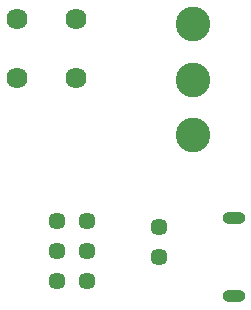
<source format=gbs>
G04*
G04 #@! TF.GenerationSoftware,Altium Limited,Altium Designer,21.0.8 (223)*
G04*
G04 Layer_Color=16711935*
%FSLAX25Y25*%
%MOIN*%
G70*
G04*
G04 #@! TF.SameCoordinates,C5FB228B-B928-4E51-BBFA-540A54714D63*
G04*
G04*
G04 #@! TF.FilePolarity,Negative*
G04*
G01*
G75*
%ADD39C,0.05709*%
%ADD40C,0.11516*%
%ADD41O,0.07677X0.04134*%
%ADD42C,0.07047*%
D39*
X280000Y82000D02*
D03*
X270000D02*
D03*
X280000Y92000D02*
D03*
X270000D02*
D03*
X304000Y80000D02*
D03*
Y90000D02*
D03*
X270000Y72000D02*
D03*
X280000D02*
D03*
D40*
X315500Y120496D02*
D03*
Y139000D02*
D03*
Y157504D02*
D03*
D41*
X329061Y92716D02*
D03*
Y66732D02*
D03*
D42*
X276343Y159343D02*
D03*
Y139657D02*
D03*
X256658D02*
D03*
Y159343D02*
D03*
M02*

</source>
